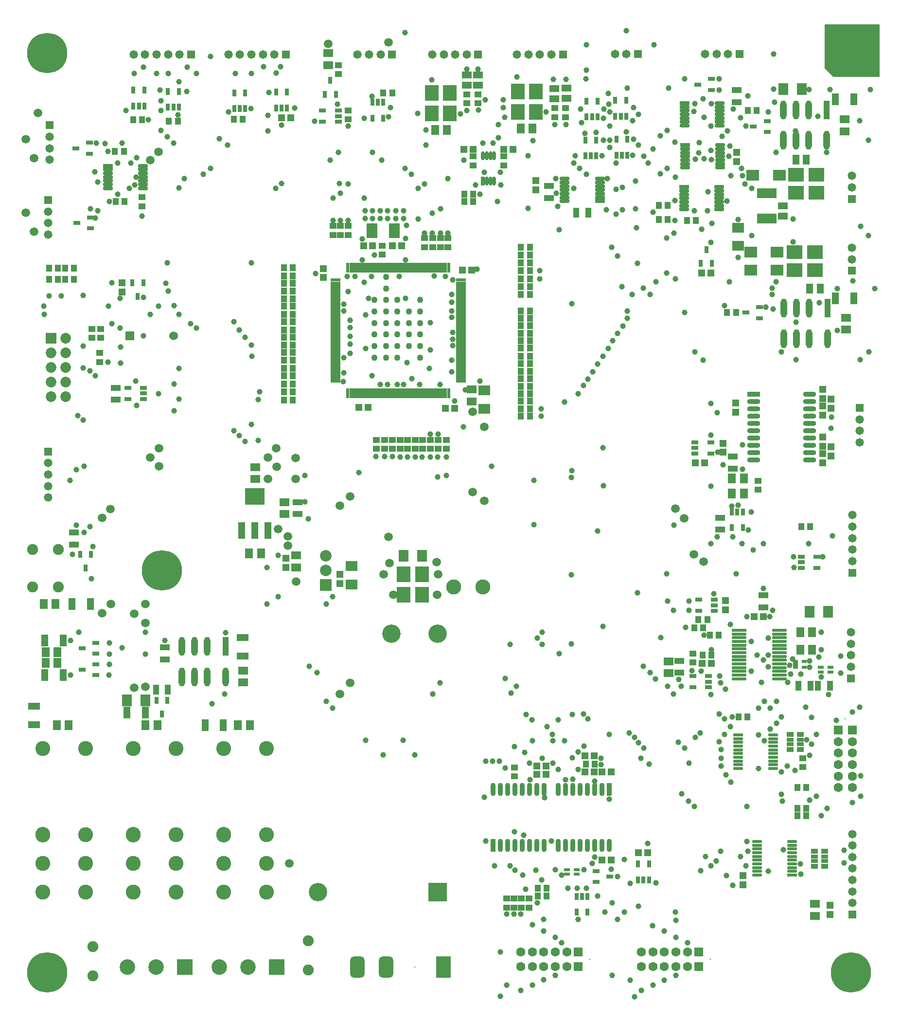
<source format=gts>
G04 Layer_Color=8388736*
%FSLAX44Y44*%
%MOMM*%
G71*
G01*
G75*
%ADD111R,1.7032X1.4032*%
%ADD112R,1.2032X0.8032*%
%ADD113R,1.6532X2.1032*%
%ADD114R,1.0032X1.2532*%
%ADD115R,0.8032X1.2032*%
%ADD116R,1.3970X1.7018*%
%ADD117R,1.7018X1.3970*%
%ADD118R,2.2032X1.9032*%
%ADD119R,1.3032X0.9032*%
%ADD120R,1.3032X0.6532*%
%ADD121R,1.3032X2.0532*%
%ADD122R,1.2532X1.0032*%
%ADD123R,1.7032X1.1032*%
%ADD124R,2.0532X1.3032*%
%ADD125R,1.1032X1.7032*%
%ADD126R,2.3876X2.8002*%
%ADD127R,1.6732X1.2932*%
%ADD128R,2.8002X2.3876*%
%ADD129R,1.2932X1.6732*%
%ADD130R,1.1032X0.6032*%
%ADD131R,2.1032X1.6532*%
%ADD132O,1.1032X3.3032*%
%ADD133R,1.1032X3.3032*%
%ADD134O,1.8032X0.6532*%
%ADD135R,1.8032X0.6532*%
%ADD136R,1.8034X0.5842*%
%ADD137O,1.8034X0.5842*%
%ADD138O,0.8532X2.3032*%
%ADD139R,0.8532X2.3032*%
%ADD140O,2.3032X0.8532*%
%ADD141R,2.3032X0.8532*%
%ADD142R,0.9732X0.5032*%
%ADD143O,2.6032X0.5532*%
%ADD144R,2.6032X0.5532*%
%ADD145R,3.5032X2.9032*%
%ADD146R,1.2032X2.9032*%
%ADD147R,1.3032X1.2032*%
%ADD148R,1.4032X1.7032*%
%ADD149R,1.2032X1.3032*%
%ADD150R,1.9032X2.6032*%
%ADD151R,3.4032X1.8032*%
%ADD152R,1.7032X0.6032*%
%ADD153R,1.7032X0.4832*%
%ADD154R,0.6032X1.7032*%
%ADD155R,0.4832X1.7032*%
%ADD156R,0.6532X1.5532*%
%ADD157O,0.6532X1.5532*%
%ADD158C,1.4715*%
%ADD159R,1.4715X1.4715*%
%ADD160R,1.4715X1.4715*%
%ADD161C,2.7032*%
%ADD162R,2.7032X2.7032*%
%ADD163R,1.8532X1.8532*%
%ADD164C,1.8532*%
%ADD165C,2.6162*%
%ADD166R,1.6032X1.6032*%
%ADD167C,1.6032*%
%ADD168C,0.2032*%
%ADD169C,1.9032*%
%ADD170C,2.6032*%
%ADD171O,2.6032X2.7032*%
%ADD172C,3.2032*%
%ADD173R,3.2032X3.2032*%
%ADD174C,2.0032*%
%ADD175R,2.0032X2.0032*%
%ADD176R,1.5240X1.5240*%
%ADD177C,1.5240*%
%ADD178C,7.0032*%
%ADD179R,2.5032X3.7032*%
G04:AMPARAMS|DCode=180|XSize=2.5032mm|YSize=3.7032mm|CornerRadius=0.6766mm|HoleSize=0mm|Usage=FLASHONLY|Rotation=180.000|XOffset=0mm|YOffset=0mm|HoleType=Round|Shape=RoundedRectangle|*
%AMROUNDEDRECTD180*
21,1,2.5032,2.3500,0,0,180.0*
21,1,1.1500,3.7032,0,0,180.0*
1,1,1.3532,-0.5750,1.1750*
1,1,1.3532,0.5750,1.1750*
1,1,1.3532,0.5750,-1.1750*
1,1,1.3532,-0.5750,-1.1750*
%
%ADD180ROUNDEDRECTD180*%
%ADD181R,1.6032X1.6032*%
%ADD182C,1.0032*%
%ADD183C,1.5032*%
%ADD184C,1.1032*%
G36*
X1500000Y1608000D02*
X1419000D01*
X1404000Y1623000D01*
Y1700000D01*
X1500000D01*
Y1608000D01*
D02*
G37*
D111*
X413000Y929500D02*
D03*
Y908500D02*
D03*
X540000Y1649500D02*
D03*
Y1628500D02*
D03*
X1387500Y169750D02*
D03*
Y148750D02*
D03*
X484000Y754500D02*
D03*
Y775500D02*
D03*
X789500Y1064500D02*
D03*
Y1043500D02*
D03*
D112*
X218000Y1048000D02*
D03*
Y1057500D02*
D03*
Y1067000D02*
D03*
X191000D02*
D03*
Y1048000D02*
D03*
X111000Y577000D02*
D03*
X135000Y586500D02*
D03*
Y567500D02*
D03*
X1183000Y1595000D02*
D03*
X1207000Y1604500D02*
D03*
Y1585500D02*
D03*
X1280000Y1522000D02*
D03*
X1304000Y1531500D02*
D03*
Y1512500D02*
D03*
X1267000Y1198000D02*
D03*
X1291000Y1207500D02*
D03*
Y1188500D02*
D03*
X111000Y614000D02*
D03*
X135000Y623500D02*
D03*
Y604500D02*
D03*
X102000Y1354000D02*
D03*
X126000Y1363500D02*
D03*
Y1344500D02*
D03*
X100000Y1484000D02*
D03*
X124000Y1493500D02*
D03*
Y1474500D02*
D03*
X1030000Y217000D02*
D03*
X1006000Y207500D02*
D03*
Y226500D02*
D03*
X557000Y1530500D02*
D03*
Y1540000D02*
D03*
Y1549500D02*
D03*
X529500D02*
D03*
Y1530500D02*
D03*
X1363250Y773250D02*
D03*
Y763750D02*
D03*
Y754250D02*
D03*
X1390750D02*
D03*
Y773250D02*
D03*
X1201750Y546500D02*
D03*
Y556000D02*
D03*
Y565500D02*
D03*
X1174250D02*
D03*
Y546500D02*
D03*
X1212000Y679500D02*
D03*
Y689000D02*
D03*
Y698500D02*
D03*
X1184500D02*
D03*
Y679500D02*
D03*
X1178250Y972250D02*
D03*
Y962750D02*
D03*
Y953250D02*
D03*
X1205750D02*
D03*
Y972250D02*
D03*
D113*
X221000Y524000D02*
D03*
X189000D02*
D03*
X1364000Y1587000D02*
D03*
X1332000D02*
D03*
X703000Y775000D02*
D03*
X671000D02*
D03*
X1378000Y678000D02*
D03*
X1410000D02*
D03*
D114*
X462250Y1276000D02*
D03*
X477750D02*
D03*
X462250Y1262000D02*
D03*
X477750D02*
D03*
X462250Y1249000D02*
D03*
X477750D02*
D03*
X462250Y1236000D02*
D03*
X477750D02*
D03*
X462250Y1222000D02*
D03*
X477750D02*
D03*
X1371750Y372000D02*
D03*
X1356250D02*
D03*
X1371750Y336000D02*
D03*
X1356250D02*
D03*
X1371750Y323000D02*
D03*
X1356250D02*
D03*
X96750Y1275500D02*
D03*
X81250D02*
D03*
X69000D02*
D03*
X53500D02*
D03*
X477750Y1155000D02*
D03*
X462250D02*
D03*
X477750Y1168000D02*
D03*
X462250D02*
D03*
X97000Y1256000D02*
D03*
X81500D02*
D03*
X477750Y1182000D02*
D03*
X462250D02*
D03*
X69250Y1256000D02*
D03*
X53750D02*
D03*
X890750Y1257000D02*
D03*
X875250D02*
D03*
X890750Y1271000D02*
D03*
X875250D02*
D03*
X792250Y1404000D02*
D03*
X776750D02*
D03*
X792250Y1391000D02*
D03*
X776750D02*
D03*
X635500Y1580000D02*
D03*
X651000D02*
D03*
X462250Y1195000D02*
D03*
X477750D02*
D03*
X169250Y1391000D02*
D03*
X184750D02*
D03*
X462250Y1209000D02*
D03*
X477750D02*
D03*
X277750Y1531000D02*
D03*
X262250D02*
D03*
X391000Y1534250D02*
D03*
X375500D02*
D03*
X215750Y1534000D02*
D03*
X200250D02*
D03*
X477750Y1060000D02*
D03*
X462250D02*
D03*
X477750Y1142000D02*
D03*
X462250D02*
D03*
X890750Y1230000D02*
D03*
X875250D02*
D03*
X890750Y1136250D02*
D03*
X875250D02*
D03*
X890750Y1175250D02*
D03*
X875250D02*
D03*
X890750Y1149250D02*
D03*
X875250D02*
D03*
X890750Y1188250D02*
D03*
X875250D02*
D03*
X890750Y1162250D02*
D03*
X875250D02*
D03*
X904250Y183000D02*
D03*
X919750D02*
D03*
X1003750Y413000D02*
D03*
X988250D02*
D03*
X462250Y1115000D02*
D03*
X477750D02*
D03*
X462250Y1129000D02*
D03*
X477750D02*
D03*
X462250Y1074000D02*
D03*
X477750D02*
D03*
X462250Y1088000D02*
D03*
X477750D02*
D03*
X462250Y1101000D02*
D03*
X477750D02*
D03*
X1179750Y1358000D02*
D03*
X1164250D02*
D03*
X1285750Y1550000D02*
D03*
X1270250D02*
D03*
X1130750Y1360000D02*
D03*
X1115250D02*
D03*
X1130750Y1385000D02*
D03*
X1115250D02*
D03*
X1249750Y1198000D02*
D03*
X1234250D02*
D03*
X890750Y1122250D02*
D03*
X875250D02*
D03*
X890750Y1109250D02*
D03*
X875250D02*
D03*
X1191250Y602000D02*
D03*
X1206750D02*
D03*
X1199750Y664000D02*
D03*
X1184250D02*
D03*
X1192750Y650000D02*
D03*
X1177250D02*
D03*
X462250Y1046000D02*
D03*
X477750D02*
D03*
X875250Y1018000D02*
D03*
X890750D02*
D03*
X875250Y1285000D02*
D03*
X890750D02*
D03*
X1204250Y637000D02*
D03*
X1219750D02*
D03*
X875250Y1201250D02*
D03*
X890750D02*
D03*
X875250Y1298000D02*
D03*
X890750D02*
D03*
X875250Y1243000D02*
D03*
X890750D02*
D03*
X875250Y1312000D02*
D03*
X890750D02*
D03*
Y1083000D02*
D03*
X875250D02*
D03*
X890750Y1070000D02*
D03*
X875250D02*
D03*
X890750Y1044000D02*
D03*
X875250D02*
D03*
X890750Y1096000D02*
D03*
X875250D02*
D03*
Y1057000D02*
D03*
X890750D02*
D03*
X875250Y1031000D02*
D03*
X890750D02*
D03*
X1254250Y495000D02*
D03*
X1269750D02*
D03*
X919750Y197000D02*
D03*
X904250D02*
D03*
X168250Y1479000D02*
D03*
X183750D02*
D03*
X1378750Y825750D02*
D03*
X1363250D02*
D03*
D115*
X448750Y1554250D02*
D03*
X458250D02*
D03*
X467750D02*
D03*
Y1581750D02*
D03*
X448750D02*
D03*
X117000Y754000D02*
D03*
X107500Y778000D02*
D03*
X126500D02*
D03*
X208000Y1226000D02*
D03*
X198500Y1250000D02*
D03*
X217500D02*
D03*
X1198000Y1307750D02*
D03*
X1207500Y1283750D02*
D03*
X1188500D02*
D03*
X250000Y500000D02*
D03*
X240500Y524000D02*
D03*
X259500D02*
D03*
X543250Y1602000D02*
D03*
X552750Y1578000D02*
D03*
X533750D02*
D03*
X635250Y1563750D02*
D03*
X625750D02*
D03*
X616250D02*
D03*
Y1536250D02*
D03*
X635250D02*
D03*
X260500Y1555250D02*
D03*
X270000D02*
D03*
X279500D02*
D03*
Y1582750D02*
D03*
X260500D02*
D03*
X376250Y1553000D02*
D03*
X385750D02*
D03*
X395250D02*
D03*
Y1580500D02*
D03*
X376250D02*
D03*
X1079000Y211250D02*
D03*
X1088500D02*
D03*
X1098000D02*
D03*
Y238750D02*
D03*
X1079000D02*
D03*
X991000Y182750D02*
D03*
X981500D02*
D03*
X972000D02*
D03*
Y155250D02*
D03*
X991000D02*
D03*
X1041500Y1472250D02*
D03*
X1051000D02*
D03*
X1060500D02*
D03*
Y1499750D02*
D03*
X1041500D02*
D03*
X1039500Y1540000D02*
D03*
X1049000D02*
D03*
X1058500D02*
D03*
Y1567500D02*
D03*
X1039500D02*
D03*
X987500Y1470750D02*
D03*
X997000D02*
D03*
X1006500D02*
D03*
Y1498250D02*
D03*
X987500D02*
D03*
X989500Y1538750D02*
D03*
X999000D02*
D03*
X1008500D02*
D03*
Y1566250D02*
D03*
X989500D02*
D03*
X1261500Y851500D02*
D03*
X1252000D02*
D03*
X1242500D02*
D03*
Y824000D02*
D03*
X1261500D02*
D03*
X200500Y1557500D02*
D03*
X210000D02*
D03*
X219500D02*
D03*
Y1585000D02*
D03*
X200500D02*
D03*
D116*
X44086Y691000D02*
D03*
X64914D02*
D03*
X402914Y480000D02*
D03*
X382086D02*
D03*
X87914D02*
D03*
X67086D02*
D03*
X242414D02*
D03*
X221586D02*
D03*
X1242586Y910000D02*
D03*
X1263414D02*
D03*
X1242586Y883000D02*
D03*
X1263414D02*
D03*
X1361586Y642000D02*
D03*
X1382414D02*
D03*
X1361586Y612000D02*
D03*
X1382414D02*
D03*
X68414Y588500D02*
D03*
X47586D02*
D03*
X68414Y607000D02*
D03*
X47586D02*
D03*
D117*
X391500Y554586D02*
D03*
Y575414D02*
D03*
X1439000Y1513586D02*
D03*
Y1534414D02*
D03*
X1441000Y1168586D02*
D03*
Y1189414D02*
D03*
X1132000Y570586D02*
D03*
Y591414D02*
D03*
X463000Y847586D02*
D03*
Y868414D02*
D03*
D118*
X1279000Y1437000D02*
D03*
X1325000D02*
D03*
X1275000Y1303000D02*
D03*
X1321000D02*
D03*
X1275000Y1272000D02*
D03*
X1321000D02*
D03*
D119*
X1404000Y235050D02*
D03*
Y260950D02*
D03*
X1386000Y235050D02*
D03*
Y260950D02*
D03*
X1344000Y463950D02*
D03*
Y438050D02*
D03*
X1362000Y463950D02*
D03*
Y438050D02*
D03*
D120*
X1404000Y244000D02*
D03*
Y252000D02*
D03*
X1386000Y244000D02*
D03*
Y252000D02*
D03*
X1344000Y455000D02*
D03*
Y447000D02*
D03*
X1362000Y455000D02*
D03*
Y447000D02*
D03*
D121*
X78000Y568000D02*
D03*
X46000D02*
D03*
X78000Y628000D02*
D03*
X46000D02*
D03*
X125500Y691000D02*
D03*
X93500D02*
D03*
X1455000Y1569000D02*
D03*
X1423000D02*
D03*
X221000Y502000D02*
D03*
X189000D02*
D03*
X1455000Y1223000D02*
D03*
X1423000D02*
D03*
X357000Y480000D02*
D03*
X325000D02*
D03*
D122*
X780750Y1577750D02*
D03*
Y1562250D02*
D03*
X800750Y1577750D02*
D03*
Y1562250D02*
D03*
X792000Y1469750D02*
D03*
Y1454250D02*
D03*
X845000Y1469750D02*
D03*
Y1454250D02*
D03*
X934000Y1553750D02*
D03*
Y1538250D02*
D03*
X953000Y1553750D02*
D03*
Y1538250D02*
D03*
X707250Y1327750D02*
D03*
Y1312250D02*
D03*
X557000Y1628750D02*
D03*
Y1613250D02*
D03*
X548000Y1348750D02*
D03*
Y1333250D02*
D03*
X215000Y1398750D02*
D03*
Y1383250D02*
D03*
X561000Y1348750D02*
D03*
Y1333250D02*
D03*
X574000D02*
D03*
Y1348750D02*
D03*
X876000Y178750D02*
D03*
Y163250D02*
D03*
X651000Y976500D02*
D03*
Y961000D02*
D03*
X748250Y1327750D02*
D03*
Y1312250D02*
D03*
X735250Y1327750D02*
D03*
Y1312250D02*
D03*
X721250Y1327750D02*
D03*
Y1312250D02*
D03*
X1288000Y905750D02*
D03*
Y890250D02*
D03*
X142000Y1112250D02*
D03*
Y1127750D02*
D03*
X128000Y1154250D02*
D03*
Y1169750D02*
D03*
X143000Y1154250D02*
D03*
Y1169750D02*
D03*
X1175000Y604750D02*
D03*
Y589250D02*
D03*
X633500Y1299250D02*
D03*
Y1314750D02*
D03*
X731000Y976500D02*
D03*
Y961000D02*
D03*
X717500Y976500D02*
D03*
Y961000D02*
D03*
X704000D02*
D03*
Y976500D02*
D03*
X678000Y961000D02*
D03*
Y976500D02*
D03*
X691000Y961000D02*
D03*
Y976500D02*
D03*
X623750Y961000D02*
D03*
Y976500D02*
D03*
X637750Y961000D02*
D03*
Y976500D02*
D03*
X864000Y391250D02*
D03*
Y406750D02*
D03*
X664750Y961000D02*
D03*
Y976500D02*
D03*
X1366000Y407250D02*
D03*
Y422750D02*
D03*
X850000Y163250D02*
D03*
Y178750D02*
D03*
X863000Y163250D02*
D03*
Y178750D02*
D03*
X889000Y163250D02*
D03*
Y178750D02*
D03*
X745000Y961000D02*
D03*
Y976500D02*
D03*
X574000Y1549750D02*
D03*
Y1534250D02*
D03*
D123*
X97000Y794500D02*
D03*
Y815500D02*
D03*
X170000Y1067500D02*
D03*
Y1046500D02*
D03*
X1244000Y926500D02*
D03*
Y947500D02*
D03*
X1222000Y841500D02*
D03*
Y820500D02*
D03*
X1151000Y592500D02*
D03*
Y571500D02*
D03*
X486000Y868500D02*
D03*
Y847500D02*
D03*
X924000Y1397500D02*
D03*
Y1418500D02*
D03*
X1251000Y1585500D02*
D03*
Y1564500D02*
D03*
X255000Y594500D02*
D03*
Y615500D02*
D03*
X1297000Y685500D02*
D03*
Y706500D02*
D03*
D124*
X391000Y601000D02*
D03*
Y633000D02*
D03*
X27500Y513500D02*
D03*
Y481500D02*
D03*
D125*
X971500Y1372000D02*
D03*
X992500D02*
D03*
X239500Y542000D02*
D03*
X260500D02*
D03*
X1358500Y549000D02*
D03*
X1379500D02*
D03*
X1413500D02*
D03*
X1392500D02*
D03*
D126*
X720002Y1544720D02*
D03*
X751498D02*
D03*
X720002Y1580280D02*
D03*
X751498D02*
D03*
X870002Y1547220D02*
D03*
X901498D02*
D03*
X870002Y1582780D02*
D03*
X901498D02*
D03*
X702748Y742780D02*
D03*
X671252D02*
D03*
X702748Y707220D02*
D03*
X671252D02*
D03*
D127*
X780750Y1593400D02*
D03*
Y1611600D02*
D03*
X800750Y1593400D02*
D03*
Y1611600D02*
D03*
X933000Y1569900D02*
D03*
Y1588100D02*
D03*
X1331000Y1384100D02*
D03*
Y1365900D02*
D03*
X954750Y1570900D02*
D03*
Y1589100D02*
D03*
D128*
X1389780Y1406252D02*
D03*
Y1437748D02*
D03*
X1354220Y1406252D02*
D03*
Y1437748D02*
D03*
X1386780Y1272252D02*
D03*
Y1303748D02*
D03*
X1351220Y1272252D02*
D03*
Y1303748D02*
D03*
D129*
X1372100Y1464000D02*
D03*
X1353900D02*
D03*
X1396100Y1240000D02*
D03*
X1377900D02*
D03*
D130*
X1397500Y581000D02*
D03*
Y573000D02*
D03*
X1414500Y581000D02*
D03*
Y573000D02*
D03*
X955500Y229000D02*
D03*
Y221000D02*
D03*
X972500Y229000D02*
D03*
Y221000D02*
D03*
D131*
X811000Y1063000D02*
D03*
Y1031000D02*
D03*
X1253000Y1314000D02*
D03*
Y1346000D02*
D03*
X580000Y757000D02*
D03*
Y725000D02*
D03*
D132*
X1331750Y1498000D02*
D03*
X1353750D02*
D03*
X1375750D02*
D03*
X1407750D02*
D03*
X1331750Y1551000D02*
D03*
X1353750D02*
D03*
X1375750D02*
D03*
X285000Y564500D02*
D03*
X307000D02*
D03*
X329000D02*
D03*
X361000D02*
D03*
X285000Y617500D02*
D03*
X307000D02*
D03*
X329000D02*
D03*
X1333000Y1153000D02*
D03*
X1355000D02*
D03*
X1377000D02*
D03*
X1409000D02*
D03*
X1333000Y1206000D02*
D03*
X1355000D02*
D03*
X1377000D02*
D03*
D133*
X1407750Y1551000D02*
D03*
X361000Y617500D02*
D03*
X1409000Y1206000D02*
D03*
D134*
X217000Y1414500D02*
D03*
Y1421000D02*
D03*
Y1427500D02*
D03*
Y1434000D02*
D03*
Y1440500D02*
D03*
Y1447000D02*
D03*
Y1453500D02*
D03*
X156000Y1414500D02*
D03*
Y1421000D02*
D03*
Y1427500D02*
D03*
Y1434000D02*
D03*
Y1440500D02*
D03*
Y1447000D02*
D03*
X951500Y1431000D02*
D03*
Y1424500D02*
D03*
Y1418000D02*
D03*
Y1411500D02*
D03*
Y1405000D02*
D03*
Y1398500D02*
D03*
Y1392000D02*
D03*
X1012500Y1431000D02*
D03*
Y1424500D02*
D03*
Y1418000D02*
D03*
Y1411500D02*
D03*
Y1405000D02*
D03*
Y1398500D02*
D03*
X1220500Y1377500D02*
D03*
Y1384000D02*
D03*
Y1390500D02*
D03*
Y1397000D02*
D03*
Y1403500D02*
D03*
Y1410000D02*
D03*
Y1416500D02*
D03*
X1159500Y1377500D02*
D03*
Y1384000D02*
D03*
Y1390500D02*
D03*
Y1397000D02*
D03*
Y1403500D02*
D03*
Y1410000D02*
D03*
X1222000Y1450500D02*
D03*
Y1457000D02*
D03*
Y1463500D02*
D03*
Y1470000D02*
D03*
Y1476500D02*
D03*
Y1483000D02*
D03*
Y1489500D02*
D03*
X1161000Y1450500D02*
D03*
Y1457000D02*
D03*
Y1463500D02*
D03*
Y1470000D02*
D03*
Y1476500D02*
D03*
Y1483000D02*
D03*
X1221500Y1523500D02*
D03*
Y1530000D02*
D03*
Y1536500D02*
D03*
Y1543000D02*
D03*
Y1549500D02*
D03*
Y1556000D02*
D03*
Y1562500D02*
D03*
X1160500Y1523500D02*
D03*
Y1530000D02*
D03*
Y1536500D02*
D03*
Y1543000D02*
D03*
Y1549500D02*
D03*
Y1556000D02*
D03*
D135*
X156000Y1453500D02*
D03*
X1012500Y1392000D02*
D03*
X1159500Y1416500D02*
D03*
X1161000Y1489500D02*
D03*
X1160500Y1562500D02*
D03*
D136*
X1347500Y219500D02*
D03*
X1253000Y463500D02*
D03*
D137*
X1347500Y226000D02*
D03*
Y232500D02*
D03*
Y239000D02*
D03*
Y245500D02*
D03*
Y252000D02*
D03*
Y258500D02*
D03*
Y265000D02*
D03*
Y271500D02*
D03*
Y278000D02*
D03*
X1286500Y219500D02*
D03*
Y226000D02*
D03*
Y232500D02*
D03*
Y239000D02*
D03*
Y245500D02*
D03*
Y252000D02*
D03*
Y258500D02*
D03*
Y265000D02*
D03*
Y271500D02*
D03*
Y278000D02*
D03*
X1314000Y405000D02*
D03*
Y411500D02*
D03*
Y418000D02*
D03*
Y424500D02*
D03*
Y431000D02*
D03*
Y437500D02*
D03*
Y444000D02*
D03*
Y450500D02*
D03*
Y457000D02*
D03*
Y463500D02*
D03*
X1253000Y405000D02*
D03*
Y411500D02*
D03*
Y418000D02*
D03*
Y424500D02*
D03*
Y431000D02*
D03*
Y437500D02*
D03*
Y444000D02*
D03*
Y450500D02*
D03*
Y457000D02*
D03*
D138*
X915950Y368500D02*
D03*
X903250D02*
D03*
X890550D02*
D03*
X877850D02*
D03*
X865150D02*
D03*
X852450D02*
D03*
X839750D02*
D03*
X827050D02*
D03*
X915950Y271500D02*
D03*
X903250D02*
D03*
X890550D02*
D03*
X877850D02*
D03*
X865150D02*
D03*
X852450D02*
D03*
X839750D02*
D03*
X940050D02*
D03*
X952750D02*
D03*
X965450D02*
D03*
X978150D02*
D03*
X990850D02*
D03*
X1003550D02*
D03*
X1016250D02*
D03*
X1028950D02*
D03*
X940050Y368500D02*
D03*
X952750D02*
D03*
X965450D02*
D03*
X978150D02*
D03*
X990850D02*
D03*
X1003550D02*
D03*
X1016250D02*
D03*
D139*
X827050Y271500D02*
D03*
X1028950Y368500D02*
D03*
D140*
X1377500Y941600D02*
D03*
Y954300D02*
D03*
Y967000D02*
D03*
Y979700D02*
D03*
Y992400D02*
D03*
Y1005100D02*
D03*
Y1017800D02*
D03*
Y1030500D02*
D03*
Y1043200D02*
D03*
Y1055900D02*
D03*
X1280500Y941600D02*
D03*
Y954300D02*
D03*
Y967000D02*
D03*
Y979700D02*
D03*
Y992400D02*
D03*
Y1005100D02*
D03*
Y1017800D02*
D03*
Y1030500D02*
D03*
Y1043200D02*
D03*
D141*
Y1055900D02*
D03*
D142*
X1353100Y591000D02*
D03*
Y586000D02*
D03*
Y581000D02*
D03*
X1368900D02*
D03*
Y591000D02*
D03*
D143*
X1325000Y561000D02*
D03*
Y567500D02*
D03*
Y574000D02*
D03*
Y580500D02*
D03*
Y587000D02*
D03*
Y593500D02*
D03*
Y600000D02*
D03*
Y606500D02*
D03*
Y613000D02*
D03*
Y619500D02*
D03*
Y626000D02*
D03*
Y632500D02*
D03*
Y639000D02*
D03*
Y645500D02*
D03*
X1255000Y561000D02*
D03*
Y567500D02*
D03*
Y574000D02*
D03*
Y580500D02*
D03*
Y587000D02*
D03*
Y593500D02*
D03*
Y600000D02*
D03*
Y606500D02*
D03*
Y613000D02*
D03*
Y619500D02*
D03*
Y626000D02*
D03*
Y632500D02*
D03*
Y639000D02*
D03*
D144*
Y645500D02*
D03*
D145*
X412000Y878000D02*
D03*
D146*
X435000Y819000D02*
D03*
X412000D02*
D03*
X389000D02*
D03*
D147*
X181000Y1250000D02*
D03*
Y1234000D02*
D03*
X1262000Y219000D02*
D03*
Y203000D02*
D03*
X1413500Y151250D02*
D03*
Y167250D02*
D03*
X1251000Y1477000D02*
D03*
Y1461000D02*
D03*
X901000Y1428000D02*
D03*
Y1412000D02*
D03*
X1227000Y971000D02*
D03*
Y955000D02*
D03*
X1401000Y936750D02*
D03*
Y952750D02*
D03*
Y965750D02*
D03*
Y981750D02*
D03*
X1415000Y948750D02*
D03*
Y964750D02*
D03*
X1249000Y1025000D02*
D03*
Y1041000D02*
D03*
X1401000Y1019750D02*
D03*
Y1035750D02*
D03*
X1415000Y1031750D02*
D03*
Y1047750D02*
D03*
X1401000Y1048750D02*
D03*
Y1064750D02*
D03*
X466000Y755000D02*
D03*
Y771000D02*
D03*
X560000Y743000D02*
D03*
Y727000D02*
D03*
X531000Y1259000D02*
D03*
Y1275000D02*
D03*
X1231000Y697000D02*
D03*
Y681000D02*
D03*
D148*
X895500Y1518000D02*
D03*
X874500D02*
D03*
X746500Y1516000D02*
D03*
X725500D02*
D03*
X401500Y779000D02*
D03*
X422500D02*
D03*
D149*
X792000Y1482000D02*
D03*
X776000D02*
D03*
X845000D02*
D03*
X861000D02*
D03*
X474000Y1537000D02*
D03*
X458000D02*
D03*
X1096000Y259000D02*
D03*
X1080000D02*
D03*
X919000Y395000D02*
D03*
X903000D02*
D03*
X919000Y409000D02*
D03*
X903000D02*
D03*
X1002750Y427000D02*
D03*
X986750D02*
D03*
X1003000Y399000D02*
D03*
X987000D02*
D03*
X1016000Y246000D02*
D03*
X1032000D02*
D03*
Y399000D02*
D03*
X1016000D02*
D03*
X1179000Y937000D02*
D03*
X1195000D02*
D03*
X1207000Y588000D02*
D03*
X1191000D02*
D03*
X1281000Y669000D02*
D03*
X1297000D02*
D03*
X609000Y1033000D02*
D03*
X593000D02*
D03*
X789000Y1272000D02*
D03*
X773000D02*
D03*
X760000Y1032000D02*
D03*
X744000D02*
D03*
X617000Y1314000D02*
D03*
X601000D02*
D03*
X651500Y1314000D02*
D03*
X667500D02*
D03*
X1190000Y1267000D02*
D03*
X1206000D02*
D03*
D150*
X654781Y1340250D02*
D03*
X615781D02*
D03*
D151*
X1303000Y1406000D02*
D03*
Y1362000D02*
D03*
D152*
X770500Y1255100D02*
D03*
Y1078900D02*
D03*
X552500D02*
D03*
Y1255100D02*
D03*
D153*
X770500Y1249500D02*
D03*
Y1244500D02*
D03*
Y1239500D02*
D03*
Y1234500D02*
D03*
Y1229500D02*
D03*
Y1224500D02*
D03*
Y1219500D02*
D03*
Y1214500D02*
D03*
Y1209500D02*
D03*
Y1204500D02*
D03*
Y1199500D02*
D03*
Y1194500D02*
D03*
Y1189500D02*
D03*
Y1184500D02*
D03*
Y1179500D02*
D03*
Y1174500D02*
D03*
Y1169500D02*
D03*
Y1164500D02*
D03*
Y1159500D02*
D03*
Y1154500D02*
D03*
Y1149500D02*
D03*
Y1144500D02*
D03*
Y1139500D02*
D03*
Y1134500D02*
D03*
Y1129500D02*
D03*
Y1124500D02*
D03*
Y1119500D02*
D03*
Y1114500D02*
D03*
Y1109500D02*
D03*
Y1104500D02*
D03*
Y1099500D02*
D03*
Y1094500D02*
D03*
Y1089500D02*
D03*
Y1084500D02*
D03*
X552500D02*
D03*
Y1089500D02*
D03*
Y1094500D02*
D03*
Y1099500D02*
D03*
Y1104500D02*
D03*
Y1109500D02*
D03*
Y1114500D02*
D03*
Y1119500D02*
D03*
Y1124500D02*
D03*
Y1129500D02*
D03*
Y1134500D02*
D03*
Y1139500D02*
D03*
Y1144500D02*
D03*
Y1149500D02*
D03*
Y1154500D02*
D03*
Y1159500D02*
D03*
Y1164500D02*
D03*
Y1169500D02*
D03*
Y1174500D02*
D03*
Y1179500D02*
D03*
Y1184500D02*
D03*
Y1189500D02*
D03*
Y1194500D02*
D03*
Y1199500D02*
D03*
Y1204500D02*
D03*
Y1209500D02*
D03*
Y1214500D02*
D03*
Y1219500D02*
D03*
Y1224500D02*
D03*
Y1229500D02*
D03*
Y1234500D02*
D03*
Y1239500D02*
D03*
Y1244500D02*
D03*
Y1249500D02*
D03*
D154*
X749600Y1058000D02*
D03*
X573400D02*
D03*
Y1276000D02*
D03*
X749600D02*
D03*
D155*
X744000Y1058000D02*
D03*
X739000D02*
D03*
X734000D02*
D03*
X729000D02*
D03*
X724000D02*
D03*
X719000D02*
D03*
X714000D02*
D03*
X709000D02*
D03*
X704000D02*
D03*
X699000D02*
D03*
X694000D02*
D03*
X689000D02*
D03*
X684000D02*
D03*
X679000D02*
D03*
X674000D02*
D03*
X669000D02*
D03*
X664000D02*
D03*
X659000D02*
D03*
X654000D02*
D03*
X649000D02*
D03*
X644000D02*
D03*
X639000D02*
D03*
X634000D02*
D03*
X629000D02*
D03*
X624000D02*
D03*
X619000D02*
D03*
X614000D02*
D03*
X609000D02*
D03*
X604000D02*
D03*
X599000D02*
D03*
X594000D02*
D03*
X589000D02*
D03*
X584000D02*
D03*
X579000D02*
D03*
Y1276000D02*
D03*
X584000D02*
D03*
X589000D02*
D03*
X594000D02*
D03*
X599000D02*
D03*
X604000D02*
D03*
X609000D02*
D03*
X614000D02*
D03*
X619000D02*
D03*
X624000D02*
D03*
X629000D02*
D03*
X634000D02*
D03*
X639000D02*
D03*
X644000D02*
D03*
X649000D02*
D03*
X654000D02*
D03*
X659000D02*
D03*
X664000D02*
D03*
X669000D02*
D03*
X674000D02*
D03*
X679000D02*
D03*
X684000D02*
D03*
X689000D02*
D03*
X694000D02*
D03*
X699000D02*
D03*
X704000D02*
D03*
X709000D02*
D03*
X714000D02*
D03*
X719000D02*
D03*
X724000D02*
D03*
X729000D02*
D03*
X734000D02*
D03*
X739000D02*
D03*
X744000D02*
D03*
D156*
X809000Y1426750D02*
D03*
D157*
X815500D02*
D03*
X822000D02*
D03*
X828500D02*
D03*
X809000Y1471250D02*
D03*
X815500D02*
D03*
X822000D02*
D03*
X828500D02*
D03*
D158*
X52000Y876502D02*
D03*
Y896500D02*
D03*
Y916503D02*
D03*
Y936501D02*
D03*
X720750Y1647500D02*
D03*
X740748D02*
D03*
X760751D02*
D03*
X780749D02*
D03*
X868251D02*
D03*
X888249D02*
D03*
X908252D02*
D03*
X928250D02*
D03*
X590747D02*
D03*
X610750D02*
D03*
X630748D02*
D03*
X52000Y1333999D02*
D03*
Y1354002D02*
D03*
Y1374000D02*
D03*
X365673Y1647500D02*
D03*
X385752D02*
D03*
X405750D02*
D03*
X425752D02*
D03*
X445751D02*
D03*
X1195722Y1647967D02*
D03*
X1215724D02*
D03*
X1235723D02*
D03*
X1058750Y1648000D02*
D03*
X1038752D02*
D03*
X1451500Y1416000D02*
D03*
Y1435998D02*
D03*
X1465000Y972250D02*
D03*
Y992253D02*
D03*
Y1012251D02*
D03*
X1450000Y641999D02*
D03*
Y622001D02*
D03*
Y601998D02*
D03*
Y582000D02*
D03*
X200672Y1647500D02*
D03*
X220751D02*
D03*
X240749D02*
D03*
X260752D02*
D03*
X280750D02*
D03*
X54500Y1463999D02*
D03*
Y1484002D02*
D03*
Y1504000D02*
D03*
X1452000Y845829D02*
D03*
Y825751D02*
D03*
Y805752D02*
D03*
Y785750D02*
D03*
Y765752D02*
D03*
X1451500Y1291000D02*
D03*
Y1310998D02*
D03*
X1452500Y171172D02*
D03*
Y191171D02*
D03*
Y211173D02*
D03*
Y231171D02*
D03*
Y251250D02*
D03*
Y271062D02*
D03*
Y291128D02*
D03*
D159*
X52000Y956499D02*
D03*
Y1393998D02*
D03*
X1451500Y1396002D02*
D03*
X1465000Y1032249D02*
D03*
X1450000Y562002D02*
D03*
X54500Y1523998D02*
D03*
X1452000Y745753D02*
D03*
X1451500Y1271002D02*
D03*
X1452500Y151174D02*
D03*
D160*
X800747Y1647500D02*
D03*
X948248D02*
D03*
X650747D02*
D03*
X465749D02*
D03*
X1255721Y1647967D02*
D03*
X1078748Y1648000D02*
D03*
X300748Y1647500D02*
D03*
D161*
X400000Y60000D02*
D03*
X350000D02*
D03*
X240000D02*
D03*
X190000D02*
D03*
D162*
X450000D02*
D03*
X290000D02*
D03*
D163*
X56600Y1153100D02*
D03*
D164*
X82000D02*
D03*
X56600Y1127700D02*
D03*
X82000D02*
D03*
X56600Y1102300D02*
D03*
X82000D02*
D03*
X56600Y1076900D02*
D03*
X82000D02*
D03*
X56600Y1051500D02*
D03*
X82000D02*
D03*
D165*
X808800Y721000D02*
D03*
X758000D02*
D03*
D166*
X1452500Y471750D02*
D03*
X1427500D02*
D03*
D167*
X1452500Y451750D02*
D03*
Y431750D02*
D03*
Y411750D02*
D03*
Y391750D02*
D03*
Y371750D02*
D03*
X1427500Y451750D02*
D03*
Y431750D02*
D03*
Y411750D02*
D03*
Y391750D02*
D03*
Y371750D02*
D03*
X955000Y60500D02*
D03*
X935000D02*
D03*
X915000D02*
D03*
X895000D02*
D03*
X875000D02*
D03*
X955000Y85500D02*
D03*
X935000D02*
D03*
X915000D02*
D03*
X895000D02*
D03*
X875000D02*
D03*
X1165000Y60500D02*
D03*
X1145000D02*
D03*
X1125000D02*
D03*
X1105000D02*
D03*
X1085000D02*
D03*
X1165000Y85500D02*
D03*
X1145000D02*
D03*
X1125000D02*
D03*
X1105000D02*
D03*
X1085000D02*
D03*
D168*
X1439800Y491750D02*
D03*
X690000Y60000D02*
D03*
X995000Y73200D02*
D03*
X1205000D02*
D03*
D169*
X24500Y786000D02*
D03*
Y721000D02*
D03*
X69500D02*
D03*
Y786000D02*
D03*
X505000Y105400D02*
D03*
Y54600D02*
D03*
X130000Y95400D02*
D03*
Y44600D02*
D03*
D170*
X357500Y440000D02*
D03*
X432500D02*
D03*
Y290000D02*
D03*
X357500Y240000D02*
D03*
X432500D02*
D03*
X357500Y190000D02*
D03*
X432500D02*
D03*
X42500Y440000D02*
D03*
X117500D02*
D03*
Y290000D02*
D03*
X42500Y240000D02*
D03*
X117500D02*
D03*
X42500Y190000D02*
D03*
X117500D02*
D03*
X200000Y440000D02*
D03*
X275000D02*
D03*
Y290000D02*
D03*
X200000Y240000D02*
D03*
X275000D02*
D03*
X200000Y190000D02*
D03*
X275000D02*
D03*
D171*
X357500Y290000D02*
D03*
X42500D02*
D03*
X200000D02*
D03*
D172*
X730000Y640000D02*
D03*
X650000D02*
D03*
X522000Y190000D02*
D03*
D173*
X730000D02*
D03*
D174*
X535000Y749600D02*
D03*
Y775000D02*
D03*
D175*
Y724200D02*
D03*
D176*
X194000Y1158000D02*
D03*
D177*
X270000D02*
D03*
D178*
X50000Y50000D02*
D03*
Y1650000D02*
D03*
X250000Y750000D02*
D03*
X1450000Y50000D02*
D03*
Y1650000D02*
D03*
D179*
X740000Y60000D02*
D03*
D180*
X640000D02*
D03*
X590000D02*
D03*
D181*
X975000Y60500D02*
D03*
Y85500D02*
D03*
X1185000Y60500D02*
D03*
Y85500D02*
D03*
D182*
X593000Y920000D02*
D03*
X420000Y1060000D02*
D03*
X206000Y1037000D02*
D03*
X271000Y1027000D02*
D03*
Y1074000D02*
D03*
X125000Y1097000D02*
D03*
X280000Y1101000D02*
D03*
Y1048000D02*
D03*
X127000Y735000D02*
D03*
X134000Y1088000D02*
D03*
X113000Y1140000D02*
D03*
Y1102000D02*
D03*
X130000Y791000D02*
D03*
X125000Y826000D02*
D03*
X115000Y816000D02*
D03*
X90000Y906000D02*
D03*
X115000Y931000D02*
D03*
X101000Y925000D02*
D03*
X259000Y1504000D02*
D03*
Y1285000D02*
D03*
X257000Y1249000D02*
D03*
X406000Y1285000D02*
D03*
Y1142000D02*
D03*
X395000Y1155000D02*
D03*
Y974000D02*
D03*
X385000Y1168000D02*
D03*
Y984000D02*
D03*
X375000Y1182000D02*
D03*
X218000Y1225000D02*
D03*
Y1158000D02*
D03*
X44000Y1209000D02*
D03*
X177000Y1223000D02*
D03*
X163000Y1179000D02*
D03*
X177000Y1171000D02*
D03*
X280000Y1195000D02*
D03*
X310290Y1171000D02*
D03*
X163000Y1250000D02*
D03*
X300000Y1179000D02*
D03*
X204000Y1079000D02*
D03*
X244000Y1057000D02*
D03*
X156000Y1112000D02*
D03*
X280000Y1415000D02*
D03*
X271000Y1210000D02*
D03*
X158500Y604000D02*
D03*
X181000Y615000D02*
D03*
X158500Y623500D02*
D03*
Y586000D02*
D03*
X261000Y1236000D02*
D03*
X158000Y568000D02*
D03*
X230000Y1195000D02*
D03*
X113000Y1228000D02*
D03*
X105000Y642000D02*
D03*
X75000Y1227000D02*
D03*
X293000Y1583000D02*
D03*
X289000Y1431000D02*
D03*
X322000Y1439000D02*
D03*
X270000Y1493000D02*
D03*
X181000D02*
D03*
X310000Y1614000D02*
D03*
X196000Y1458000D02*
D03*
X151000Y1492000D02*
D03*
X133000Y1442997D02*
D03*
X193000Y1413997D02*
D03*
X203000Y1420000D02*
D03*
X173000Y1404000D02*
D03*
X602000Y1536000D02*
D03*
Y1397000D02*
D03*
X548000D02*
D03*
Y1358000D02*
D03*
X560996Y1406000D02*
D03*
X458000Y1423000D02*
D03*
X448000Y1414000D02*
D03*
X215000Y1366000D02*
D03*
X138000Y1375000D02*
D03*
X126000Y1379000D02*
D03*
X159000Y1391000D02*
D03*
X1075000Y1427000D02*
D03*
X735000Y1379000D02*
D03*
X887500Y1379500D02*
D03*
X1040500Y1369500D02*
D03*
X1041250Y1458000D02*
D03*
X1026000Y1431000D02*
D03*
X888000Y1471000D02*
D03*
X970000D02*
D03*
X987000Y1510000D02*
D03*
X255000Y628000D02*
D03*
X967000Y1414000D02*
D03*
Y1458000D02*
D03*
X988998Y1438997D02*
D03*
X977000Y1449000D02*
D03*
X1201000Y1408000D02*
D03*
X988000Y1605000D02*
D03*
X1160000D02*
D03*
Y1198000D02*
D03*
X1129000Y1267000D02*
D03*
X1128540Y743460D02*
D03*
X1144000Y1257000D02*
D03*
X1238000Y1252000D02*
D03*
X1206000Y1320000D02*
D03*
X683999Y1438997D02*
D03*
X673000Y1449000D02*
D03*
X335000D02*
D03*
X633000Y1463000D02*
D03*
X617000Y1477000D02*
D03*
X557000D02*
D03*
X1105000Y1373000D02*
D03*
X1220500Y1585500D02*
D03*
X1315000Y1587000D02*
D03*
Y1647967D02*
D03*
X1319000Y1476750D02*
D03*
X1277000Y1414000D02*
D03*
Y1332000D02*
D03*
X1392000Y1540000D02*
D03*
X1353000Y1514000D02*
D03*
X1407750Y1477000D02*
D03*
X1253000Y1294000D02*
D03*
Y1360000D02*
D03*
X1349000Y1321000D02*
D03*
Y1361000D02*
D03*
X1302000Y1208000D02*
D03*
X1314000Y1204000D02*
D03*
X1178000Y1130000D02*
D03*
X1098000Y413000D02*
D03*
X1168000Y414000D02*
D03*
X1053000Y1175000D02*
D03*
X1043000Y1162000D02*
D03*
X1073000Y459000D02*
D03*
X1064000Y467000D02*
D03*
X1131000Y696000D02*
D03*
X1035000Y1149000D02*
D03*
X1027000Y1136000D02*
D03*
X1018000Y1122000D02*
D03*
X1017750Y962750D02*
D03*
X1009000Y1109000D02*
D03*
X1000000Y1095000D02*
D03*
X1230000Y491000D02*
D03*
Y464000D02*
D03*
X1240000Y478000D02*
D03*
X975000Y1057000D02*
D03*
X984000Y1071000D02*
D03*
X1220000Y500000D02*
D03*
Y452000D02*
D03*
X951000Y1043000D02*
D03*
X910500Y1031000D02*
D03*
Y1018000D02*
D03*
X1240000Y656000D02*
D03*
X1194000Y637000D02*
D03*
X975000Y434000D02*
D03*
X891000Y386000D02*
D03*
X848000Y406000D02*
D03*
X1029000Y352000D02*
D03*
X1227000Y933000D02*
D03*
X1206000Y796000D02*
D03*
X1217000Y808000D02*
D03*
X1350000Y773000D02*
D03*
X1261000Y926000D02*
D03*
Y968000D02*
D03*
X1418000Y810000D02*
D03*
X1276000Y851000D02*
D03*
X1233000Y219000D02*
D03*
X1244000Y202000D02*
D03*
X1206000Y896000D02*
D03*
X1416000Y1016000D02*
D03*
X1206000Y1040000D02*
D03*
X1217000Y1024000D02*
D03*
X1206000Y985000D02*
D03*
X1217998Y954998D02*
D03*
X1015000Y412000D02*
D03*
X930998Y413999D02*
D03*
X940000Y403000D02*
D03*
X965450Y386550D02*
D03*
X1003550Y383450D02*
D03*
X1221500Y565500D02*
D03*
X722000Y535000D02*
D03*
X864000Y295000D02*
D03*
X879998Y288999D02*
D03*
X734000Y554000D02*
D03*
X952750Y385750D02*
D03*
X1032000Y230000D02*
D03*
X957000Y197000D02*
D03*
X1096000Y275000D02*
D03*
X1065000Y205000D02*
D03*
X1073000Y8000D02*
D03*
X1065000Y37000D02*
D03*
X1079500Y165500D02*
D03*
X1055000Y247000D02*
D03*
X1043000Y217000D02*
D03*
Y143000D02*
D03*
X1055000Y155000D02*
D03*
X1110000Y206000D02*
D03*
X935000Y229000D02*
D03*
X946000Y220000D02*
D03*
X911000Y211000D02*
D03*
X904000Y171000D02*
D03*
X901000Y228000D02*
D03*
X878000Y220000D02*
D03*
X883000Y195000D02*
D03*
X865000Y228000D02*
D03*
X855998Y236000D02*
D03*
X829000Y236000D02*
D03*
X814000Y279000D02*
D03*
X928000D02*
D03*
X850000Y152000D02*
D03*
Y28000D02*
D03*
X1009000Y183000D02*
D03*
X1034000Y171000D02*
D03*
X1034040Y45000D02*
D03*
X915000Y143000D02*
D03*
X839000Y9000D02*
D03*
Y86000D02*
D03*
X1104000Y132000D02*
D03*
X895000Y133000D02*
D03*
X1125000Y122000D02*
D03*
X915000D02*
D03*
X1145000Y111000D02*
D03*
X946000Y102000D02*
D03*
X935000Y111000D02*
D03*
X1165000Y102000D02*
D03*
X875000Y19000D02*
D03*
X1085000D02*
D03*
X1105000Y28000D02*
D03*
X895000D02*
D03*
X1125000Y37000D02*
D03*
X915000Y38000D02*
D03*
X1145000Y45000D02*
D03*
X935000D02*
D03*
X1004000Y251000D02*
D03*
X1021000Y155000D02*
D03*
X999000Y240000D02*
D03*
X985000Y229000D02*
D03*
X974998Y143000D02*
D03*
X989000Y197000D02*
D03*
X973000D02*
D03*
X875000Y152000D02*
D03*
X863000D02*
D03*
X359000Y535000D02*
D03*
X337000Y518000D02*
D03*
X45000Y1195000D02*
D03*
X101000Y828000D02*
D03*
X499000Y915000D02*
D03*
X1306000Y226000D02*
D03*
X1211000Y709000D02*
D03*
X1168000Y696000D02*
D03*
Y680000D02*
D03*
X1141000D02*
D03*
X1276000Y626000D02*
D03*
Y574000D02*
D03*
X1286000Y602000D02*
D03*
X1340000Y555000D02*
D03*
X1297000Y594000D02*
D03*
X1306000Y602000D02*
D03*
Y632000D02*
D03*
X1269000Y669000D02*
D03*
X1297000Y796000D02*
D03*
Y718000D02*
D03*
X811000Y355000D02*
D03*
X433000Y691000D02*
D03*
Y755000D02*
D03*
X547000Y704000D02*
D03*
X536000Y691000D02*
D03*
X1030000Y1498500D02*
D03*
X979000Y1552500D02*
D03*
X1234000Y1392000D02*
D03*
X1208000Y1353000D02*
D03*
X221000Y642000D02*
D03*
Y604000D02*
D03*
X91000Y568000D02*
D03*
Y628000D02*
D03*
X94000Y778000D02*
D03*
X361000Y641000D02*
D03*
X605000Y454000D02*
D03*
X670000D02*
D03*
X635000Y429000D02*
D03*
X690000D02*
D03*
X695000Y1545000D02*
D03*
X505000Y839000D02*
D03*
X1376500Y796500D02*
D03*
X1401000Y773000D02*
D03*
X1351000Y755000D02*
D03*
X1260000Y796500D02*
D03*
X499000Y869000D02*
D03*
X205000Y1433997D02*
D03*
X173000Y1458000D02*
D03*
X206000Y1468000D02*
D03*
X896000Y1497000D02*
D03*
X847000Y1538000D02*
D03*
X710000Y1516000D02*
D03*
Y1490000D02*
D03*
X645000Y1539000D02*
D03*
X616000Y1574000D02*
D03*
X543000Y1463000D02*
D03*
X516000Y1531000D02*
D03*
X556000Y1561000D02*
D03*
X1332000Y264000D02*
D03*
X1438000Y241000D02*
D03*
Y263000D02*
D03*
X1362997Y221000D02*
D03*
X1362000Y239000D02*
D03*
X1270000Y261000D02*
D03*
X1269000Y278000D02*
D03*
X536000Y522000D02*
D03*
X547000Y510000D02*
D03*
X1289000D02*
D03*
X1299000Y522000D02*
D03*
X1288500Y463500D02*
D03*
X1289000Y405000D02*
D03*
X916000Y354000D02*
D03*
X1309000Y510000D02*
D03*
Y474000D02*
D03*
X1320000Y522000D02*
D03*
X1467000Y392000D02*
D03*
Y357000D02*
D03*
X1452000Y346000D02*
D03*
Y503000D02*
D03*
X1465000Y512000D02*
D03*
X1224000Y438000D02*
D03*
Y423000D02*
D03*
Y409000D02*
D03*
X1299000Y453000D02*
D03*
X1241000Y381000D02*
D03*
X1232000Y394000D02*
D03*
X1329000Y399000D02*
D03*
Y495000D02*
D03*
X1320000Y484000D02*
D03*
X1339000Y409000D02*
D03*
X1329000Y360000D02*
D03*
X992000Y1082000D02*
D03*
X1306000Y582000D02*
D03*
X1294000Y555000D02*
D03*
X1308000Y669000D02*
D03*
X1378000Y592000D02*
D03*
X1393997Y598999D02*
D03*
X1378000Y581000D02*
D03*
X1344670Y569040D02*
D03*
X1397997Y563999D02*
D03*
X1411000Y534000D02*
D03*
X1432000Y571000D02*
D03*
Y601000D02*
D03*
X1398000Y642000D02*
D03*
Y612000D02*
D03*
X1362960Y569040D02*
D03*
X1342710Y584764D02*
D03*
X1347901Y595903D02*
D03*
X1223000Y554000D02*
D03*
X1231000Y543000D02*
D03*
X1207000Y612000D02*
D03*
X673000Y1685000D02*
D03*
X989000Y1620000D02*
D03*
Y1664000D02*
D03*
X1060000Y1589000D02*
D03*
X1132000D02*
D03*
X1189000Y574000D02*
D03*
X1141000Y535000D02*
D03*
X1154000Y548000D02*
D03*
X1131000D02*
D03*
X1467000Y1348000D02*
D03*
X1480000Y1332000D02*
D03*
Y1498000D02*
D03*
X1319000Y1252000D02*
D03*
X1313000Y1241000D02*
D03*
Y1230000D02*
D03*
X1491003Y1240003D02*
D03*
X1317000Y1564000D02*
D03*
X1306000Y1547000D02*
D03*
X1130000Y1515000D02*
D03*
X1016000Y1470750D02*
D03*
X1245000Y1552000D02*
D03*
X1205998Y1522997D02*
D03*
X1225000Y1505000D02*
D03*
X1234500Y1514000D02*
D03*
X1238997Y1487997D02*
D03*
X1237000Y1470000D02*
D03*
X1206000Y1480000D02*
D03*
X1176032Y1548000D02*
D03*
X1178000Y1562000D02*
D03*
X1192000Y1570000D02*
D03*
X1207000Y1562000D02*
D03*
X1118000Y1505739D02*
D03*
Y1440000D02*
D03*
X1030000Y1485500D02*
D03*
X1190000Y1343000D02*
D03*
X1177000Y1375000D02*
D03*
X1200000D02*
D03*
X1267000Y1523000D02*
D03*
X1250000Y1460000D02*
D03*
X1265000Y1422000D02*
D03*
X1230000Y1210000D02*
D03*
X1027675Y1579540D02*
D03*
X1028000Y1561000D02*
D03*
X1020000Y1552500D02*
D03*
X1029960Y1547000D02*
D03*
X1018998Y1535997D02*
D03*
X1006000Y1511460D02*
D03*
X1019000Y1498000D02*
D03*
X1030000Y1523000D02*
D03*
X981000Y1529000D02*
D03*
X1071000Y1555000D02*
D03*
X1080000Y1543000D02*
D03*
X1186000Y1493989D02*
D03*
X1185000Y1476000D02*
D03*
X1179000Y1465000D02*
D03*
X1260997Y1435997D02*
D03*
X1259000Y1449000D02*
D03*
X1207000Y1464000D02*
D03*
X1194000Y1466000D02*
D03*
Y1538000D02*
D03*
X1143000Y1358000D02*
D03*
Y1393000D02*
D03*
X1041000Y1413000D02*
D03*
X1024000Y1377000D02*
D03*
X1052000Y1416000D02*
D03*
Y1377000D02*
D03*
X1143000Y1495000D02*
D03*
X1105000Y1483000D02*
D03*
X1223000Y261000D02*
D03*
X1257998Y251999D02*
D03*
X1266998Y236000D02*
D03*
X1206000Y236000D02*
D03*
X1197000Y252000D02*
D03*
X1214960Y244000D02*
D03*
X1088998Y440999D02*
D03*
X1079998Y449999D02*
D03*
X1145000Y141000D02*
D03*
X1144000Y155000D02*
D03*
X1188000Y227000D02*
D03*
X1097000Y1458000D02*
D03*
X1070000Y1471500D02*
D03*
X1071000Y1500000D02*
D03*
X1070000Y1532000D02*
D03*
X1058998Y1512497D02*
D03*
X1080000Y1490000D02*
D03*
X1149500Y450500D02*
D03*
X1179000Y459000D02*
D03*
X1160000Y441000D02*
D03*
X1177000Y339000D02*
D03*
X1269000D02*
D03*
X868251Y1607749D02*
D03*
X954000Y1604000D02*
D03*
X932000D02*
D03*
X1107000Y1664000D02*
D03*
X1058750Y1688750D02*
D03*
X1377000Y1586000D02*
D03*
X1413000D02*
D03*
X1484000D02*
D03*
X1426003Y1240003D02*
D03*
X1453000Y1253000D02*
D03*
X1465000Y1532000D02*
D03*
X934000Y1525000D02*
D03*
X919000Y1547220D02*
D03*
X770000Y1544000D02*
D03*
X781000Y1550000D02*
D03*
X780750Y1622000D02*
D03*
X800000D02*
D03*
X720000Y1603000D02*
D03*
X801000Y1551000D02*
D03*
X954000Y1525000D02*
D03*
X813000Y1568000D02*
D03*
X844000D02*
D03*
Y1555000D02*
D03*
X840000Y1420000D02*
D03*
X811000Y1442000D02*
D03*
X836000Y1525000D02*
D03*
X839000Y1442000D02*
D03*
X809000Y1493000D02*
D03*
X827000D02*
D03*
X836000Y1502000D02*
D03*
X796000Y1420000D02*
D03*
X776000Y1463000D02*
D03*
X804000Y1404000D02*
D03*
X908000Y1257000D02*
D03*
X834000Y1391000D02*
D03*
X908000Y1271000D02*
D03*
X1068998Y1229998D02*
D03*
X1009000Y818000D02*
D03*
X1110000Y1252000D02*
D03*
X1100000Y1230000D02*
D03*
X1088000Y1240710D02*
D03*
X1089000Y1470000D02*
D03*
X1043000Y1297000D02*
D03*
X1129250Y1327750D02*
D03*
X1142000Y1336000D02*
D03*
X1076000Y1346000D02*
D03*
X1033000Y1312000D02*
D03*
X648000Y1555000D02*
D03*
X574000Y1523000D02*
D03*
Y1422000D02*
D03*
X707000D02*
D03*
X377750Y1614000D02*
D03*
X436000Y1581000D02*
D03*
X481000Y1554000D02*
D03*
X574000Y1358000D02*
D03*
X458000Y1524000D02*
D03*
X559000Y1423000D02*
D03*
X561000Y1358000D02*
D03*
X294000Y1625000D02*
D03*
X247000Y1585000D02*
D03*
X226000Y1534000D02*
D03*
X187000Y1550000D02*
D03*
X248000Y1567000D02*
D03*
Y1550000D02*
D03*
X366000Y1547000D02*
D03*
X707000Y1336000D02*
D03*
X721040Y1370960D02*
D03*
X721000Y1336000D02*
D03*
X735250D02*
D03*
X748250D02*
D03*
X748000Y1430957D02*
D03*
X1075000Y1379000D02*
D03*
X696000Y1361000D02*
D03*
Y1414000D02*
D03*
X248000Y1515000D02*
D03*
X278000Y1542000D02*
D03*
X364000Y1490000D02*
D03*
X427000Y1626000D02*
D03*
X457000D02*
D03*
X218000Y1625000D02*
D03*
X241000Y1614000D02*
D03*
X280000Y1600000D02*
D03*
X136000Y1493000D02*
D03*
X134000Y1363000D02*
D03*
X138000Y1424997D02*
D03*
X435000Y1514000D02*
D03*
X405000Y1553000D02*
D03*
X435000Y1541000D02*
D03*
X406000Y1614000D02*
D03*
X452000Y776000D02*
D03*
X1059998Y1200998D02*
D03*
X1050998Y1242998D02*
D03*
X1059998Y1187998D02*
D03*
X418000Y976000D02*
D03*
Y1047000D02*
D03*
X104000Y1019000D02*
D03*
X113000Y1011000D02*
D03*
X375000Y993000D02*
D03*
X178000Y1110000D02*
D03*
Y1138000D02*
D03*
X407000Y1122000D02*
D03*
X638000Y948000D02*
D03*
X623000D02*
D03*
X406000Y1004000D02*
D03*
X157000Y1209000D02*
D03*
X244000D02*
D03*
X1077998Y710999D02*
D03*
X1173000Y575000D02*
D03*
X1149998Y559999D02*
D03*
X620000Y1298000D02*
D03*
X1373000Y455000D02*
D03*
X1352000Y402000D02*
D03*
X1381040Y494000D02*
D03*
X1378000Y428000D02*
D03*
X1380997Y446999D02*
D03*
X1390000Y464000D02*
D03*
X1424386Y489000D02*
D03*
X1378000Y350000D02*
D03*
X1390000Y357000D02*
D03*
X1398000Y323000D02*
D03*
X1408000Y336000D02*
D03*
X1371000Y512000D02*
D03*
X1313500Y680000D02*
D03*
X1250000Y744000D02*
D03*
X1271000Y820000D02*
D03*
X1244000Y808000D02*
D03*
X1241998Y860998D02*
D03*
X1252998Y862998D02*
D03*
X1280000Y785000D02*
D03*
X1187000Y467000D02*
D03*
X1206000Y534000D02*
D03*
X1243000Y495000D02*
D03*
X992000Y491000D02*
D03*
X965000Y499000D02*
D03*
X984000Y500000D02*
D03*
X651000Y948000D02*
D03*
X665000Y947000D02*
D03*
X678000D02*
D03*
X691000D02*
D03*
X703000D02*
D03*
X717000D02*
D03*
X1130000Y1449000D02*
D03*
X1241000Y1436000D02*
D03*
X1144000Y1434000D02*
D03*
X985000Y444000D02*
D03*
X1100000Y572000D02*
D03*
X520000D02*
D03*
X506710Y583000D02*
D03*
X1088000D02*
D03*
X890000Y414000D02*
D03*
X1119000Y633000D02*
D03*
X940000Y490000D02*
D03*
X1109000Y561000D02*
D03*
X921000Y478040D02*
D03*
X942000Y605000D02*
D03*
X1161998Y650999D02*
D03*
X911998Y641999D02*
D03*
X963000Y622000D02*
D03*
X951000Y453000D02*
D03*
X930000Y464000D02*
D03*
X931000Y453000D02*
D03*
X974450Y403450D02*
D03*
X894000Y490000D02*
D03*
X884000Y499000D02*
D03*
X912460Y423000D02*
D03*
X965000Y424000D02*
D03*
X894998Y452999D02*
D03*
X867000Y548000D02*
D03*
X858000Y536000D02*
D03*
X864000Y443000D02*
D03*
X904000Y632000D02*
D03*
X848000Y562000D02*
D03*
X838000Y418000D02*
D03*
X912000Y621000D02*
D03*
X856000D02*
D03*
X826000Y418000D02*
D03*
X824000Y931000D02*
D03*
X964000Y923000D02*
D03*
X898000Y906000D02*
D03*
X1018000Y652000D02*
D03*
X1019000Y897000D02*
D03*
X963000Y742000D02*
D03*
Y911000D02*
D03*
X898000Y829000D02*
D03*
X1142000Y828000D02*
D03*
X730000Y947000D02*
D03*
X745000D02*
D03*
X745000Y915000D02*
D03*
X730000Y912000D02*
D03*
X814000Y418000D02*
D03*
X964000Y1214000D02*
D03*
X1078000Y1284000D02*
D03*
X755000Y1115000D02*
D03*
Y1095000D02*
D03*
X756000Y1152000D02*
D03*
Y1164000D02*
D03*
X755000Y1201000D02*
D03*
Y1216000D02*
D03*
Y1230000D02*
D03*
X756000Y1255000D02*
D03*
X724000Y1262000D02*
D03*
X585999Y1260997D02*
D03*
X615000Y1261000D02*
D03*
X573000D02*
D03*
X567000Y1213000D02*
D03*
Y1201000D02*
D03*
X578000Y1172000D02*
D03*
Y1157000D02*
D03*
Y1143000D02*
D03*
X566999Y1092998D02*
D03*
X566000Y1078000D02*
D03*
X643000Y1073000D02*
D03*
X659999Y1072998D02*
D03*
X698999D02*
D03*
X799000Y1274000D02*
D03*
X518000Y1266000D02*
D03*
X676000Y1350000D02*
D03*
X662999Y1260997D02*
D03*
X734000Y1073000D02*
D03*
X804000Y1079000D02*
D03*
X760000Y1044000D02*
D03*
X778000Y1064000D02*
D03*
X716000Y1101000D02*
D03*
X755999Y1140998D02*
D03*
X717000Y1133000D02*
D03*
X754998Y1189998D02*
D03*
X717000Y1181000D02*
D03*
X744000Y1261000D02*
D03*
X674000Y1223000D02*
D03*
X602000Y1251000D02*
D03*
X610000Y1223000D02*
D03*
X599000Y1290000D02*
D03*
Y1326000D02*
D03*
X674000Y1290000D02*
D03*
Y1327000D02*
D03*
X574000Y1235000D02*
D03*
X577500Y1185000D02*
D03*
X605000Y1194000D02*
D03*
X629999Y1072998D02*
D03*
X616000Y1088000D02*
D03*
X670999Y1072998D02*
D03*
X685000Y1083000D02*
D03*
X677000Y1111000D02*
D03*
X605000Y1136000D02*
D03*
X567000Y1120000D02*
D03*
X578000Y1127120D02*
D03*
X604000Y1362000D02*
D03*
Y1375000D02*
D03*
X617000D02*
D03*
Y1362000D02*
D03*
X630000Y1375000D02*
D03*
Y1362000D02*
D03*
X643000Y1375000D02*
D03*
Y1362000D02*
D03*
X657000Y1375000D02*
D03*
Y1362000D02*
D03*
X671000Y1375000D02*
D03*
Y1362000D02*
D03*
X448750Y1614750D02*
D03*
X335000Y1644000D02*
D03*
X261000Y1614000D02*
D03*
X202000D02*
D03*
X1481000Y1130000D02*
D03*
X1466000Y1116000D02*
D03*
X1354000D02*
D03*
X1192500Y1115500D02*
D03*
X1329000Y1130000D02*
D03*
X1220000Y1605000D02*
D03*
X1270000Y1575000D02*
D03*
X1258000Y1537000D02*
D03*
X1415000Y997000D02*
D03*
X1426000Y1167000D02*
D03*
X1354500Y1181500D02*
D03*
X1014998Y422999D02*
D03*
X1084000Y423000D02*
D03*
X1029000Y464000D02*
D03*
X1329993Y348000D02*
D03*
X1167000D02*
D03*
X1155000Y361000D02*
D03*
X452000Y704000D02*
D03*
X942000Y1342000D02*
D03*
X350000Y1501000D02*
D03*
X54000Y1227000D02*
D03*
X775000Y999000D02*
D03*
X1395000Y1215000D02*
D03*
X937000Y1406000D02*
D03*
X936000Y1431000D02*
D03*
X939000Y1383000D02*
D03*
X156000Y1479000D02*
D03*
X731000Y987000D02*
D03*
X717500D02*
D03*
X882000Y433000D02*
D03*
D183*
X245000Y962000D02*
D03*
Y931000D02*
D03*
X244000Y1478000D02*
D03*
X230000Y1463000D02*
D03*
Y946000D02*
D03*
X146000Y675000D02*
D03*
X160000Y856000D02*
D03*
X161000Y691000D02*
D03*
X202000Y674110D02*
D03*
X221000Y691000D02*
D03*
X202000Y546000D02*
D03*
X221000Y547000D02*
D03*
X449040Y962000D02*
D03*
X1176000Y778000D02*
D03*
X221000Y658000D02*
D03*
X146000Y840998D02*
D03*
X450000Y930000D02*
D03*
X435000Y909000D02*
D03*
X578000Y554000D02*
D03*
Y878000D02*
D03*
X560000Y862000D02*
D03*
X646000Y762000D02*
D03*
X539753Y1665753D02*
D03*
X34000Y1545495D02*
D03*
X645000Y1668000D02*
D03*
X13000Y1372000D02*
D03*
X27000Y1467000D02*
D03*
Y1339000D02*
D03*
X13000Y1500000D02*
D03*
X636000Y743000D02*
D03*
X729220Y707220D02*
D03*
X653000Y707000D02*
D03*
X472000Y240000D02*
D03*
X469000Y809000D02*
D03*
X468999Y792998D02*
D03*
X452000Y822000D02*
D03*
X484000Y730000D02*
D03*
X730780Y742780D02*
D03*
X728000Y763960D02*
D03*
X483000Y909000D02*
D03*
Y945000D02*
D03*
X560000Y535000D02*
D03*
X435000Y946000D02*
D03*
X645000Y808000D02*
D03*
X1193000Y765000D02*
D03*
X811000Y870960D02*
D03*
X791000Y886000D02*
D03*
X1144000Y857000D02*
D03*
X1159000Y840000D02*
D03*
X791000Y1026000D02*
D03*
X811000Y999000D02*
D03*
D184*
X620000Y1120001D02*
D03*
Y1140001D02*
D03*
Y1160001D02*
D03*
Y1180001D02*
D03*
Y1200001D02*
D03*
Y1220001D02*
D03*
X640001Y1120001D02*
D03*
Y1140001D02*
D03*
Y1160001D02*
D03*
Y1180001D02*
D03*
Y1200001D02*
D03*
Y1220001D02*
D03*
Y1240001D02*
D03*
Y1260001D02*
D03*
X660001Y1120001D02*
D03*
Y1140001D02*
D03*
Y1160001D02*
D03*
Y1180001D02*
D03*
Y1200001D02*
D03*
Y1220001D02*
D03*
X680001Y1140001D02*
D03*
Y1160001D02*
D03*
Y1180001D02*
D03*
Y1200001D02*
D03*
X700001Y1120001D02*
D03*
Y1140001D02*
D03*
Y1160001D02*
D03*
Y1180001D02*
D03*
Y1200001D02*
D03*
Y1220001D02*
D03*
M02*

</source>
